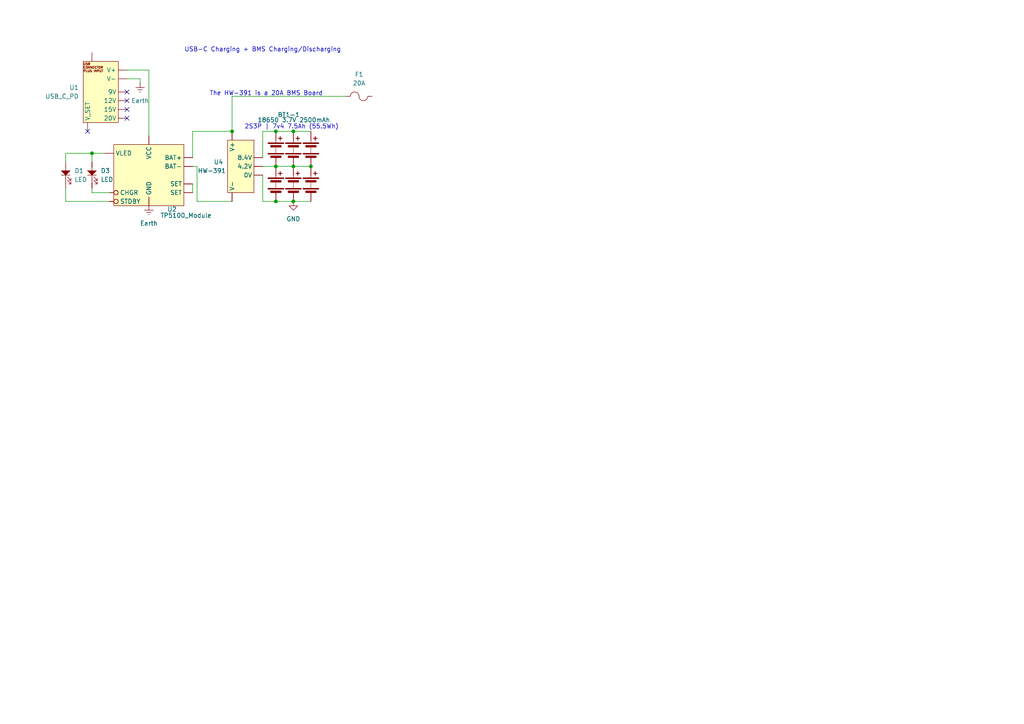
<source format=kicad_sch>
(kicad_sch (version 20231120) (generator "eeschema") (generator_version "8.0")
  (paper "A4")
  (title_block (company "Topographic Robot"))
  (lib_symbols
    (symbol "BMS_Board:TP5100_Module"
      (property "Reference" "U" (at 8.128 -18.796 0))
      (property "Value" "TP5100_Module" (at 10.668 -16.002 0))
      (symbol "TP5100_Module_0_1"
        (rectangle (start -10.16 5.08) (end 10.16 -12.7) (fill (type background)))
      )
      (symbol "TP5100_Module_1_1"
        (pin bidirectional line (at 12.7 1.27 180) (length 2.54) (name "BAT+") (number ""))
        (pin bidirectional line (at 12.7 -1.27 180) (length 2.54) (name "BAT-") (number ""))
        (pin output inverted (at -11.43 -8.89 0) (length 2.54) (name "CHGR") (number ""))
        (pin power_in line (at 0 -12.7 90) (length 2.54) (name "GND") (number ""))
        (pin passive line (at 12.7 -8.89 180) (length 2.54) (name "SET") (number ""))
        (pin passive line (at 12.7 -6.35 180) (length 2.54) (name "SET") (number ""))
        (pin output inverted (at -11.43 -11.43 0) (length 2.54) (name "STDBY") (number ""))
        (pin power_in line (at 0 7.62 270) (length 2.54) (name "VCC") (number ""))
        (pin output line (at -12.7 2.54 0) (length 2.54) (name "VLED") (number ""))
      )
    )
    (symbol "Device:Battery" (pin_numbers hide) (pin_names (offset 0) hide)
      (property "Reference" "BT" (at 2.54 2.54 0))
      (property "Value" "Battery" (at 2.54 0 0))
      (symbol "Battery_0_1"
        (rectangle (start -2.286 -1.27) (end 2.286 -1.524) (fill (type outline)))
        (rectangle (start -2.286 1.778) (end 2.286 1.524) (fill (type outline)))
        (rectangle (start -1.524 -2.032) (end 1.524 -2.54) (fill (type outline)))
        (rectangle (start -1.524 1.016) (end 1.524 0.508) (fill (type outline)))
        (polyline (pts (xy 0 -1.016) (xy 0 -0.762)))
        (polyline (pts (xy 0 -0.508) (xy 0 -0.254)))
        (polyline (pts (xy 0 0) (xy 0 0.254)))
        (polyline (pts (xy 0 1.778) (xy 0 2.54)))
        (polyline (pts (xy 0.762 3.048) (xy 1.778 3.048)) (stroke (width 0.254)))
        (polyline (pts (xy 1.27 3.556) (xy 1.27 2.54)) (stroke (width 0.254)))
      )
      (symbol "Battery_1_1"
        (pin passive line (at 0 5.08 270) (length 2.54) (name "+") (number "1"))
        (pin passive line (at 0 -5.08 90) (length 2.54) (name "-") (number "2"))
      )
    )
    (symbol "HW-391_1"
      (property "Reference" "U" (at 6.604 -8.636 0))
      (property "Value" "HW-391" (at 8.636 -11.43 0))
      (symbol "HW-391_1_0_1"
        (rectangle (start -7.62 1.27) (end 7.62 -6.35) (fill (type background)))
      )
      (symbol "HW-391_1_1_1"
        (pin bidirectional line (at -2.54 -8.89 90) (length 2.54) (name "0V") (number ""))
        (pin bidirectional line (at 0 -8.89 90) (length 2.54) (name "4.2V") (number ""))
        (pin bidirectional line (at 2.54 -8.89 90) (length 2.54) (name "8.4V") (number ""))
        (pin bidirectional line (at 10.16 0 180) (length 2.54) (name "V+") (number ""))
        (pin bidirectional line (at -10.16 0 0) (length 2.54) (name "V-") (number ""))
      )
    )
    (symbol "PCM_Device_AKL:Fuse" (pin_numbers hide) (pin_names (offset 0))
      (property "Reference" "F" (at 0 4.572 0))
      (property "Value" "Fuse" (at 0 3.175 0))
      (symbol "Fuse_0_1"
        (arc (start 0 0) (mid -1.27 1.2645) (end -2.54 0))
        (arc (start 0 0) (mid 1.27 -1.2645) (end 2.54 0))
      )
      (symbol "Fuse_1_1"
        (pin passive line (at -3.81 0 0) (length 1.27) (name "~") (number "1"))
        (pin passive line (at 3.81 0 180) (length 1.27) (name "~") (number "2"))
      )
    )
    (symbol "PCM_SL_Devices:LED"
      (property "Reference" "D" (at -0.508 5.334 0))
      (property "Value" "LED" (at -0.508 2.794 0))
      (symbol "LED_0_1"
        (polyline (pts (xy -1.27 0) (xy -2.54 0)))
        (polyline (pts (xy 0 1.27) (xy 0 -1.27)))
        (polyline (pts (xy 0.508 0.508) (xy 1.524 1.524)))
        (polyline (pts (xy 1.27 0) (xy 2.54 0)))
        (polyline (pts (xy 1.524 0.508) (xy 2.54 1.524)))
        (polyline (pts (xy 1.524 1.524) (xy 0.889 1.524)))
        (polyline (pts (xy 1.524 1.524) (xy 1.524 0.889)))
        (polyline (pts (xy 2.54 1.524) (xy 1.905 1.524)))
        (polyline (pts (xy 2.54 1.524) (xy 2.54 0.889)))
        (polyline (pts (xy 0 0) (xy -1.27 -1.27) (xy -1.27 1.27) (xy 0 0) (xy 1.27 0)) (fill (type outline)))
      )
      (symbol "LED_1_1"
        (pin passive line (at 3.81 0 180) (length 1.5) (name "~") (number "1"))
        (pin passive line (at -3.81 0 0) (length 1.5) (name "") (number "2"))
      )
    )
    (symbol "USB:USB_C_PD"
      (property "Reference" "U" (at 7.366 -12.954 0))
      (property "Value" "USB_C_PD" (at 5.08 12.7 0))
      (symbol "USB_C_PD_0_1"
        (rectangle (start -3.81 7.62) (end 6.35 -10.16) (fill (type background)))
      )
      (symbol "USB_C_PD_1_1"
        (text "USB \nCONNECTOR \nPLUG INPUT" (at -3.81 5.842 0) (effects (font (size 0.635 0.635)) (justify left)))
        (pin bidirectional line (at -1.27 10.16 270) (length 2.54) (name "") (number ""))
        (pin output line (at 8.89 -3.81 180) (length 2.54) (name "12V") (number ""))
        (pin output line (at 8.89 -6.35 180) (length 2.54) (name "15V") (number ""))
        (pin output line (at 8.89 -8.89 180) (length 2.54) (name "20V") (number ""))
        (pin output line (at 8.89 -1.27 180) (length 2.54) (name "9V") (number ""))
        (pin output line (at 8.89 5.08 180) (length 2.54) (name "V+") (number ""))
        (pin output line (at 8.89 2.54 180) (length 2.54) (name "V-") (number ""))
        (pin output line (at -2.54 -12.7 90) (length 2.54) (name "V_SET") (number ""))
      )
    )
    (symbol "power:Earth" (power) (pin_numbers hide) (pin_names (offset 0) hide)
      (property "Value" "Earth" (at 0 -3.81 0))
      (symbol "Earth_0_1"
        (polyline (pts (xy -0.635 -1.905) (xy 0.635 -1.905)))
        (polyline (pts (xy -0.127 -2.54) (xy 0.127 -2.54)))
        (polyline (pts (xy 0 -1.27) (xy 0 0)))
        (polyline (pts (xy 1.27 -1.27) (xy -1.27 -1.27)))
      )
      (symbol "Earth_1_1"
        (pin power_in line (at 0 0 270) (length 0) (name "~") (number "1"))
      )
    )
    (symbol "power:GND" (power) (pin_numbers hide) (pin_names (offset 0) hide)
      (property "Value" "GND" (at 0 -3.81 0))
      (symbol "GND_0_1"
        (polyline (pts (xy 0 0) (xy 0 -1.27) (xy 1.27 -1.27) (xy 0 -2.54) (xy -1.27 -1.27) (xy 0 -1.27)))
      )
      (symbol "GND_1_1"
        (pin power_in line (at 0 0 270) (length 0) (name "~") (number "1"))
      )
    )
  )
  (junction (at 80.01 38.1))
  (junction (at 85.09 58.42))
  (junction (at 85.09 38.1))
  (junction (at 85.09 48.26))
  (junction (at 90.17 48.26))
  (junction (at 67.31 38.1))
  (junction (at 80.01 48.26))
  (junction (at 26.67 44.45))
  (junction (at 80.01 58.42))
  (no_connect (at 25.4 38.1))
  (no_connect (at 36.83 31.75))
  (no_connect (at 36.83 26.67))
  (no_connect (at 36.83 29.21))
  (no_connect (at 36.83 34.29))
  (wire (pts (xy 80.01 38.1) (xy 85.09 38.1)))
  (wire (pts (xy 67.31 27.94) (xy 100.33 27.94)))
  (wire (pts (xy 57.15 58.42) (xy 57.15 48.26)))
  (wire (pts (xy 76.2 50.8) (xy 76.2 58.42)))
  (wire (pts (xy 80.01 48.26) (xy 85.09 48.26)))
  (wire (pts (xy 76.2 45.72) (xy 76.2 38.1)))
  (wire (pts (xy 57.15 48.26) (xy 55.88 48.26)))
  (wire (pts (xy 36.83 22.86) (xy 40.64 22.86)))
  (wire (pts (xy 26.67 55.88) (xy 31.75 55.88)))
  (wire (pts (xy 40.64 22.86) (xy 40.64 24.13)))
  (wire (pts (xy 19.05 44.45) (xy 19.05 46.99)))
  (wire (pts (xy 76.2 58.42) (xy 80.01 58.42)))
  (wire (pts (xy 55.88 45.72) (xy 55.88 38.1)))
  (wire (pts (xy 80.01 58.42) (xy 85.09 58.42)))
  (wire (pts (xy 85.09 38.1) (xy 90.17 38.1)))
  (wire (pts (xy 55.88 53.34) (xy 55.88 55.88)))
  (wire (pts (xy 19.05 54.61) (xy 19.05 58.42)))
  (wire (pts (xy 67.31 27.94) (xy 67.31 38.1)))
  (wire (pts (xy 26.67 44.45) (xy 30.48 44.45)))
  (wire (pts (xy 76.2 38.1) (xy 80.01 38.1)))
  (wire (pts (xy 43.18 20.32) (xy 43.18 39.37)))
  (wire (pts (xy 26.67 44.45) (xy 19.05 44.45)))
  (wire (pts (xy 85.09 48.26) (xy 90.17 48.26)))
  (wire (pts (xy 55.88 38.1) (xy 67.31 38.1)))
  (wire (pts (xy 19.05 58.42) (xy 31.75 58.42)))
  (wire (pts (xy 26.67 44.45) (xy 26.67 46.99)))
  (wire (pts (xy 36.83 20.32) (xy 43.18 20.32)))
  (wire (pts (xy 67.31 58.42) (xy 57.15 58.42)))
  (wire (pts (xy 76.2 48.26) (xy 80.01 48.26)))
  (wire (pts (xy 85.09 58.42) (xy 90.17 58.42)))
  (wire (pts (xy 26.67 54.61) (xy 26.67 55.88)))
  (text "USB-C Charging + BMS Charging/Discharging" (at 76.2 14.478 0) (effects (font (size 1.27 1.27))))
  (text "2S3P | 7v4 7.5Ah (55.5Wh)" (at 84.582 36.83 0) (effects (font (size 1.27 1.27))))
  (text "The HW-391 is a 20A BMS Board" (at 77.216 27.178 0) (effects (font (size 1.27 1.27))))
  (symbol (lib_id "PCM_Device_AKL:Fuse") (at 104.14 27.94 0) (unit 1)
    (property "Reference" "F1" (at 104.14 21.59 0))
    (property "Value" "20A" (at 104.14 24.13 0))
    (property "Description" "Fuse, Alternate KiCAD Library" (effects (hide yes)))
  )
  (symbol (lib_id "USB:USB_C_PD") (at 27.94 25.4 0) (unit 1)
    (property "Reference" "U1" (at 22.86 25.3999 0) (effects (justify right)))
    (property "Value" "USB_C_PD" (at 22.86 27.9399 0) (effects (justify right)))
  )
  (symbol (lib_id "Device:Battery") (at 90.17 43.18 0) (unit 1)
    (property "Reference" "BT5" (effects (hide yes)))
    (property "Value" "18650 3.7V 2500mAh" (effects (hide yes)))
    (property "Description" "Multiple-cell battery" (effects (hide yes)))
  )
  (symbol (lib_id "power:Earth") (at 40.64 24.13 0) (unit 1)
    (property "Reference" "#PWR01" (effects (hide yes)))
    (property "Value" "Earth" (at 40.64 29.21 0))
    (property "Description" "Power symbol creates a global label with name \"Earth\"" (effects (hide yes)))
  )
  (symbol (lib_id "Device:Battery") (at 85.09 43.18 0) (unit 1)
    (property "Reference" "BT3" (effects (hide yes)))
    (property "Value" "18650 3.7V 2500mAh" (effects (hide yes)))
    (property "Description" "Multiple-cell battery" (effects (hide yes)))
  )
  (symbol (lib_id "power:Earth") (at 43.18 59.69 0) (unit 1)
    (property "Reference" "#PWR02" (effects (hide yes)))
    (property "Value" "Earth" (at 43.18 64.77 0))
    (property "Description" "Power symbol creates a global label with name \"Earth\"" (effects (hide yes)))
  )
  (symbol (lib_id "PCM_SL_Devices:LED") (at 26.67 50.8 270) (unit 1)
    (property "Reference" "D3" (at 29.21 49.5299 90) (effects (justify left)))
    (property "Value" "LED" (at 29.21 52.0699 90) (effects (justify left)))
    (property "Footprint" "LED_THT:LED_D5.0mm" (effects (hide yes)))
    (property "Description" "Common 5mm diameter LED" (effects (hide yes)))
  )
  (symbol (lib_name "HW-391_1") (lib_id "BMS_Board:HW-391") (at 67.31 48.26 90) (unit 1)
    (property "Reference" "U4" (at 64.77 46.9899 90) (effects (justify left)))
    (property "Value" "HW-391" (at 65.532 49.53 90) (effects (justify left)))
  )
  (symbol (lib_id "Device:Battery") (at 80.01 53.34 0) (unit 1)
    (property "Reference" "BT2" (effects (hide yes)))
    (property "Value" "18650 3.7V 2500mAh" (effects (hide yes)))
    (property "Description" "Multiple-cell battery" (effects (hide yes)))
  )
  (symbol (lib_id "Device:Battery") (at 85.09 53.34 0) (unit 1)
    (property "Reference" "BT4" (effects (hide yes)))
    (property "Value" "18650 3.7V 2500mAh" (effects (hide yes)))
    (property "Description" "Multiple-cell battery" (effects (hide yes)))
  )
  (symbol (lib_id "BMS_Board:TP5100_Module") (at 43.18 46.99 0) (unit 1)
    (property "Reference" "U2" (at 48.514 60.706 0) (effects (justify left)))
    (property "Value" "TP5100_Module" (at 46.482 62.484 0) (effects (justify left)))
  )
  (symbol (lib_id "Device:Battery") (at 90.17 53.34 0) (unit 1)
    (property "Reference" "BT1-1" (at 80.518 33.274 0) (effects (justify left)))
    (property "Value" "18650 3.7V 2500mAh" (at 74.676 34.798 0) (effects (justify left)))
    (property "Description" "Multiple-cell battery" (effects (hide yes)))
  )
  (symbol (lib_id "Device:Battery") (at 80.01 43.18 0) (unit 1)
    (property "Reference" "BT1" (effects (hide yes)))
    (property "Value" "18650 3.7V 2500mAh" (effects (hide yes)))
    (property "Description" "Multiple-cell battery" (effects (hide yes)))
  )
  (symbol (lib_id "power:GND") (at 85.09 58.42 0) (unit 1)
    (property "Reference" "#PWR04" (effects (hide yes)))
    (property "Value" "GND" (at 85.09 63.5 0))
    (property "Description" "Power symbol creates a global label with name \"GND\" , ground" (effects (hide yes)))
  )
  (symbol (lib_id "PCM_SL_Devices:LED") (at 19.05 50.8 270) (unit 1)
    (property "Reference" "D1" (at 21.59 49.5299 90) (effects (justify left)))
    (property "Value" "LED" (at 21.59 52.0699 90) (effects (justify left)))
    (property "Footprint" "LED_THT:LED_D5.0mm" (effects (hide yes)))
    (property "Description" "Common 5mm diameter LED" (effects (hide yes)))
  )
)
</source>
